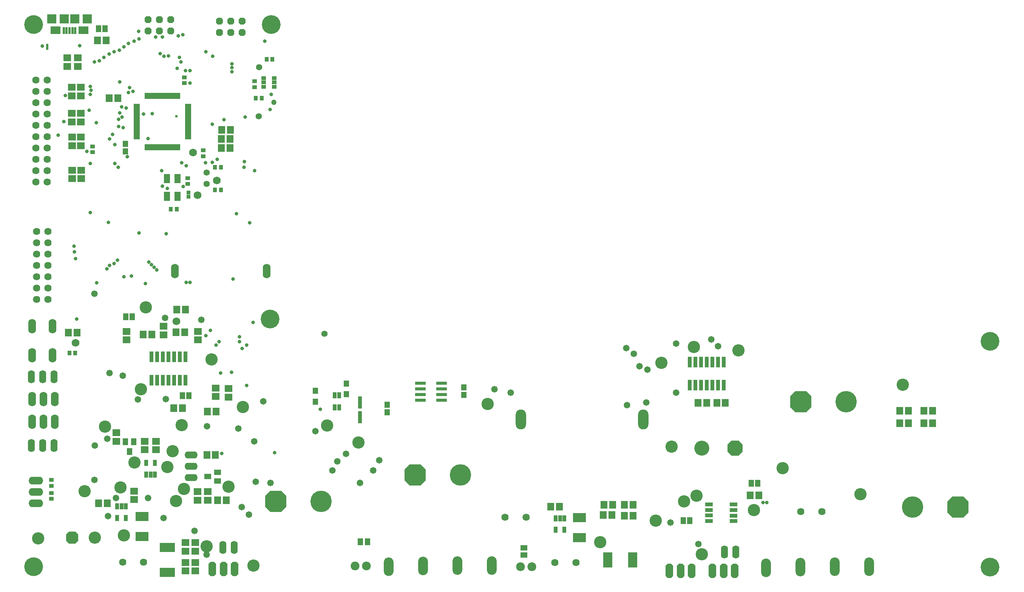
<source format=gbs>
%FSLAX25Y25*%
%MOIN*%
G70*
G01*
G75*
G04 Layer_Color=16711935*
%ADD10C,0.01000*%
%ADD11C,0.10000*%
%ADD12C,0.07480*%
%ADD13C,0.07500*%
%ADD14C,0.02500*%
%ADD15C,0.00600*%
%ADD16C,0.05600*%
%ADD17O,0.05400X0.10800*%
G04:AMPARAMS|DCode=18|XSize=181mil|YSize=181mil|CornerRadius=0mil|HoleSize=0mil|Usage=FLASHONLY|Rotation=180.000|XOffset=0mil|YOffset=0mil|HoleType=Round|Shape=Octagon|*
%AMOCTAGOND18*
4,1,8,-0.09050,0.04525,-0.09050,-0.04525,-0.04525,-0.09050,0.04525,-0.09050,0.09050,-0.04525,0.09050,0.04525,0.04525,0.09050,-0.04525,0.09050,-0.09050,0.04525,0.0*
%
%ADD18OCTAGOND18*%

%ADD19C,0.18100*%
%ADD20O,0.08400X0.16800*%
G04:AMPARAMS|DCode=21|XSize=59.06mil|YSize=118.11mil|CornerRadius=0mil|HoleSize=0mil|Usage=FLASHONLY|Rotation=0.000|XOffset=0mil|YOffset=0mil|HoleType=Round|Shape=Octagon|*
%AMOCTAGOND21*
4,1,8,-0.01476,0.05906,0.01476,0.05906,0.02953,0.04429,0.02953,-0.04429,0.01476,-0.05906,-0.01476,-0.05906,-0.02953,-0.04429,-0.02953,0.04429,-0.01476,0.05906,0.0*
%
%ADD21OCTAGOND21*%

%ADD22O,0.12000X0.06000*%
%ADD23O,0.06000X0.12000*%
%ADD24O,0.07800X0.15600*%
%ADD25C,0.04800*%
G04:AMPARAMS|DCode=26|XSize=124mil|YSize=124mil|CornerRadius=0mil|HoleSize=0mil|Usage=FLASHONLY|Rotation=0.000|XOffset=0mil|YOffset=0mil|HoleType=Round|Shape=Octagon|*
%AMOCTAGOND26*
4,1,8,0.06200,-0.03100,0.06200,0.03100,0.03100,0.06200,-0.03100,0.06200,-0.06200,0.03100,-0.06200,-0.03100,-0.03100,-0.06200,0.03100,-0.06200,0.06200,-0.03100,0.0*
%
%ADD26OCTAGOND26*%

%ADD27C,0.12400*%
%ADD28C,0.07000*%
%ADD29C,0.06000*%
%ADD30O,0.10800X0.05400*%
G04:AMPARAMS|DCode=31|XSize=54mil|YSize=54mil|CornerRadius=0mil|HoleSize=0mil|Usage=FLASHONLY|Rotation=180.000|XOffset=0mil|YOffset=0mil|HoleType=Round|Shape=Octagon|*
%AMOCTAGOND31*
4,1,8,-0.02700,0.01350,-0.02700,-0.01350,-0.01350,-0.02700,0.01350,-0.02700,0.02700,-0.01350,0.02700,0.01350,0.01350,0.02700,-0.01350,0.02700,-0.02700,0.01350,0.0*
%
%ADD31OCTAGOND31*%

G04:AMPARAMS|DCode=32|XSize=100mil|YSize=100mil|CornerRadius=0mil|HoleSize=0mil|Usage=FLASHONLY|Rotation=180.000|XOffset=0mil|YOffset=0mil|HoleType=Round|Shape=Octagon|*
%AMOCTAGOND32*
4,1,8,-0.05000,0.02500,-0.05000,-0.02500,-0.02500,-0.05000,0.02500,-0.05000,0.05000,-0.02500,0.05000,0.02500,0.02500,0.05000,-0.02500,0.05000,-0.05000,0.02500,0.0*
%
%ADD32OCTAGOND32*%

%ADD33C,0.10000*%
%ADD34C,0.02362*%
%ADD35C,0.05000*%
%ADD36C,0.04724*%
%ADD37C,0.15748*%
%ADD38C,0.01575*%
G04:AMPARAMS|DCode=39|XSize=100mil|YSize=100mil|CornerRadius=50mil|HoleSize=0mil|Usage=FLASHONLY|Rotation=90.000|XOffset=0mil|YOffset=0mil|HoleType=Round|Shape=RoundedRectangle|*
%AMROUNDEDRECTD39*
21,1,0.10000,0.00000,0,0,90.0*
21,1,0.00000,0.10000,0,0,90.0*
1,1,0.10000,0.00000,0.00000*
1,1,0.10000,0.00000,0.00000*
1,1,0.10000,0.00000,0.00000*
1,1,0.10000,0.00000,0.00000*
%
%ADD39ROUNDEDRECTD39*%
%ADD40R,0.07500X0.07500*%
%ADD41R,0.07100X0.07500*%
%ADD42R,0.08300X0.06300*%
%ADD43R,0.01600X0.05400*%
%ADD44R,0.04331X0.05512*%
%ADD45R,0.06000X0.02400*%
%ADD46R,0.05200X0.06000*%
G04:AMPARAMS|DCode=47|XSize=39.37mil|YSize=39.37mil|CornerRadius=19.69mil|HoleSize=0mil|Usage=FLASHONLY|Rotation=90.000|XOffset=0mil|YOffset=0mil|HoleType=Round|Shape=RoundedRectangle|*
%AMROUNDEDRECTD47*
21,1,0.03937,0.00000,0,0,90.0*
21,1,0.00000,0.03937,0,0,90.0*
1,1,0.03937,0.00000,0.00000*
1,1,0.03937,0.00000,0.00000*
1,1,0.03937,0.00000,0.00000*
1,1,0.03937,0.00000,0.00000*
%
%ADD47ROUNDEDRECTD47*%
%ADD48R,0.03937X0.05118*%
%ADD49R,0.05118X0.03937*%
%ADD50R,0.02400X0.08700*%
%ADD51R,0.03600X0.02800*%
%ADD52R,0.04000X0.04800*%
%ADD53R,0.02400X0.04400*%
%ADD54R,0.03000X0.09700*%
%ADD55R,0.08600X0.02200*%
%ADD56R,0.06000X0.05200*%
%ADD57R,0.02800X0.03600*%
%ADD58R,0.04800X0.07100*%
%ADD59R,0.01200X0.04700*%
%ADD60R,0.04700X0.01200*%
%ADD61R,0.10700X0.07100*%
%ADD62R,0.04000X0.05600*%
%ADD63R,0.07100X0.12600*%
%ADD64R,0.04000X0.04400*%
G04:AMPARAMS|DCode=65|XSize=24mil|YSize=24mil|CornerRadius=12mil|HoleSize=0mil|Usage=FLASHONLY|Rotation=180.000|XOffset=0mil|YOffset=0mil|HoleType=Round|Shape=RoundedRectangle|*
%AMROUNDEDRECTD65*
21,1,0.02400,0.00000,0,0,180.0*
21,1,0.00000,0.02400,0,0,180.0*
1,1,0.02400,0.00000,0.00000*
1,1,0.02400,0.00000,0.00000*
1,1,0.02400,0.00000,0.00000*
1,1,0.02400,0.00000,0.00000*
%
%ADD65ROUNDEDRECTD65*%
%ADD66R,0.05600X0.04000*%
%ADD67R,0.03600X0.02400*%
%ADD68R,0.01181X0.01969*%
%ADD69R,0.02800X0.02400*%
%ADD70R,0.12600X0.07100*%
G04:AMPARAMS|DCode=71|XSize=23.62mil|YSize=23.62mil|CornerRadius=11.81mil|HoleSize=0mil|Usage=FLASHONLY|Rotation=180.000|XOffset=0mil|YOffset=0mil|HoleType=Round|Shape=RoundedRectangle|*
%AMROUNDEDRECTD71*
21,1,0.02362,0.00000,0,0,180.0*
21,1,0.00000,0.02362,0,0,180.0*
1,1,0.02362,0.00000,0.00000*
1,1,0.02362,0.00000,0.00000*
1,1,0.02362,0.00000,0.00000*
1,1,0.02362,0.00000,0.00000*
%
%ADD71ROUNDEDRECTD71*%
%ADD72C,0.02000*%
%ADD73C,0.05000*%
%ADD74C,0.00100*%
%ADD75C,0.03000*%
%ADD76C,0.06400*%
%ADD77O,0.06200X0.11600*%
G04:AMPARAMS|DCode=78|XSize=189mil|YSize=189mil|CornerRadius=0mil|HoleSize=0mil|Usage=FLASHONLY|Rotation=180.000|XOffset=0mil|YOffset=0mil|HoleType=Round|Shape=Octagon|*
%AMOCTAGOND78*
4,1,8,-0.09450,0.04725,-0.09450,-0.04725,-0.04725,-0.09450,0.04725,-0.09450,0.09450,-0.04725,0.09450,0.04725,0.04725,0.09450,-0.04725,0.09450,-0.09450,0.04725,0.0*
%
%ADD78OCTAGOND78*%

%ADD79C,0.18900*%
%ADD80O,0.09200X0.17600*%
G04:AMPARAMS|DCode=81|XSize=67.06mil|YSize=126.11mil|CornerRadius=0mil|HoleSize=0mil|Usage=FLASHONLY|Rotation=0.000|XOffset=0mil|YOffset=0mil|HoleType=Round|Shape=Octagon|*
%AMOCTAGOND81*
4,1,8,-0.01676,0.06306,0.01676,0.06306,0.03353,0.04629,0.03353,-0.04629,0.01676,-0.06306,-0.01676,-0.06306,-0.03353,-0.04629,-0.03353,0.04629,-0.01676,0.06306,0.0*
%
%ADD81OCTAGOND81*%

%ADD82O,0.12800X0.06800*%
%ADD83O,0.06800X0.12800*%
%ADD84O,0.08600X0.16400*%
G04:AMPARAMS|DCode=85|XSize=132mil|YSize=132mil|CornerRadius=0mil|HoleSize=0mil|Usage=FLASHONLY|Rotation=0.000|XOffset=0mil|YOffset=0mil|HoleType=Round|Shape=Octagon|*
%AMOCTAGOND85*
4,1,8,0.06600,-0.03300,0.06600,0.03300,0.03300,0.06600,-0.03300,0.06600,-0.06600,0.03300,-0.06600,-0.03300,-0.03300,-0.06600,0.03300,-0.06600,0.06600,-0.03300,0.0*
%
%ADD85OCTAGOND85*%

%ADD86C,0.13200*%
%ADD87C,0.07800*%
%ADD88C,0.06800*%
%ADD89O,0.11600X0.06200*%
G04:AMPARAMS|DCode=90|XSize=62mil|YSize=62mil|CornerRadius=0mil|HoleSize=0mil|Usage=FLASHONLY|Rotation=180.000|XOffset=0mil|YOffset=0mil|HoleType=Round|Shape=Octagon|*
%AMOCTAGOND90*
4,1,8,-0.03100,0.01550,-0.03100,-0.01550,-0.01550,-0.03100,0.01550,-0.03100,0.03100,-0.01550,0.03100,0.01550,0.01550,0.03100,-0.01550,0.03100,-0.03100,0.01550,0.0*
%
%ADD90OCTAGOND90*%

G04:AMPARAMS|DCode=91|XSize=108mil|YSize=108mil|CornerRadius=0mil|HoleSize=0mil|Usage=FLASHONLY|Rotation=180.000|XOffset=0mil|YOffset=0mil|HoleType=Round|Shape=Octagon|*
%AMOCTAGOND91*
4,1,8,-0.05400,0.02700,-0.05400,-0.02700,-0.02700,-0.05400,0.02700,-0.05400,0.05400,-0.02700,0.05400,0.02700,0.02700,0.05400,-0.02700,0.05400,-0.05400,0.02700,0.0*
%
%ADD91OCTAGOND91*%

%ADD92C,0.10800*%
%ADD93C,0.03162*%
%ADD94C,0.05800*%
%ADD95C,0.05524*%
%ADD96C,0.16548*%
%ADD97C,0.02375*%
G04:AMPARAMS|DCode=98|XSize=108mil|YSize=108mil|CornerRadius=54mil|HoleSize=0mil|Usage=FLASHONLY|Rotation=90.000|XOffset=0mil|YOffset=0mil|HoleType=Round|Shape=RoundedRectangle|*
%AMROUNDEDRECTD98*
21,1,0.10800,0.00000,0,0,90.0*
21,1,0.00000,0.10800,0,0,90.0*
1,1,0.10800,0.00000,0.00000*
1,1,0.10800,0.00000,0.00000*
1,1,0.10800,0.00000,0.00000*
1,1,0.10800,0.00000,0.00000*
%
%ADD98ROUNDEDRECTD98*%
%ADD99R,0.08300X0.08300*%
%ADD100R,0.07900X0.08300*%
%ADD101R,0.09100X0.07100*%
%ADD102R,0.02400X0.06200*%
%ADD103R,0.05131X0.06312*%
%ADD104R,0.06800X0.03200*%
%ADD105R,0.06000X0.06800*%
G04:AMPARAMS|DCode=106|XSize=47.37mil|YSize=47.37mil|CornerRadius=23.69mil|HoleSize=0mil|Usage=FLASHONLY|Rotation=90.000|XOffset=0mil|YOffset=0mil|HoleType=Round|Shape=RoundedRectangle|*
%AMROUNDEDRECTD106*
21,1,0.04737,0.00000,0,0,90.0*
21,1,0.00000,0.04737,0,0,90.0*
1,1,0.04737,0.00000,0.00000*
1,1,0.04737,0.00000,0.00000*
1,1,0.04737,0.00000,0.00000*
1,1,0.04737,0.00000,0.00000*
%
%ADD106ROUNDEDRECTD106*%
%ADD107R,0.04737X0.05918*%
%ADD108R,0.05918X0.04737*%
%ADD109R,0.03200X0.09500*%
%ADD110R,0.04400X0.03600*%
%ADD111R,0.04800X0.05600*%
%ADD112R,0.03200X0.05200*%
%ADD113R,0.03800X0.10500*%
%ADD114R,0.09400X0.03000*%
%ADD115R,0.06800X0.06000*%
%ADD116R,0.03600X0.04400*%
%ADD117R,0.05600X0.07900*%
%ADD118R,0.02000X0.05500*%
%ADD119R,0.05500X0.02000*%
%ADD120R,0.11500X0.07900*%
%ADD121R,0.04800X0.06400*%
%ADD122R,0.07900X0.13400*%
%ADD123R,0.04800X0.05200*%
G04:AMPARAMS|DCode=124|XSize=32mil|YSize=32mil|CornerRadius=16mil|HoleSize=0mil|Usage=FLASHONLY|Rotation=180.000|XOffset=0mil|YOffset=0mil|HoleType=Round|Shape=RoundedRectangle|*
%AMROUNDEDRECTD124*
21,1,0.03200,0.00000,0,0,180.0*
21,1,0.00000,0.03200,0,0,180.0*
1,1,0.03200,0.00000,0.00000*
1,1,0.03200,0.00000,0.00000*
1,1,0.03200,0.00000,0.00000*
1,1,0.03200,0.00000,0.00000*
%
%ADD124ROUNDEDRECTD124*%
%ADD125R,0.06400X0.04800*%
%ADD126R,0.04400X0.03200*%
%ADD127R,0.01981X0.02769*%
%ADD128R,0.03600X0.03200*%
%ADD129R,0.13400X0.07900*%
G04:AMPARAMS|DCode=130|XSize=31.62mil|YSize=31.62mil|CornerRadius=15.81mil|HoleSize=0mil|Usage=FLASHONLY|Rotation=180.000|XOffset=0mil|YOffset=0mil|HoleType=Round|Shape=RoundedRectangle|*
%AMROUNDEDRECTD130*
21,1,0.03162,0.00000,0,0,180.0*
21,1,0.00000,0.03162,0,0,180.0*
1,1,0.03162,0.00000,0.00000*
1,1,0.03162,0.00000,0.00000*
1,1,0.03162,0.00000,0.00000*
1,1,0.03162,0.00000,0.00000*
%
%ADD130ROUNDEDRECTD130*%
D16*
X164500Y360000D02*
D03*
Y350000D02*
D03*
D76*
X90579Y16000D02*
D03*
X109000D02*
D03*
X707421Y60500D02*
D03*
X689000D02*
D03*
X446421Y55500D02*
D03*
X428000D02*
D03*
X490421Y15500D02*
D03*
X472000D02*
D03*
X14000Y351500D02*
D03*
X24000D02*
D03*
X14000Y361500D02*
D03*
X24000D02*
D03*
X14000Y371500D02*
D03*
X24000D02*
D03*
X14000Y381500D02*
D03*
X24000D02*
D03*
X14000Y391500D02*
D03*
X24000D02*
D03*
X14000Y401500D02*
D03*
X24000D02*
D03*
X14000Y411500D02*
D03*
X24000D02*
D03*
X14000Y421500D02*
D03*
X24000D02*
D03*
X14000Y431500D02*
D03*
X24000D02*
D03*
X14000Y441500D02*
D03*
X24000D02*
D03*
X14500Y248000D02*
D03*
X24500D02*
D03*
X14500Y258000D02*
D03*
X24500D02*
D03*
X14500Y268000D02*
D03*
X24500D02*
D03*
X14500Y278000D02*
D03*
X24500D02*
D03*
X14500Y288000D02*
D03*
X24500D02*
D03*
X14500Y298000D02*
D03*
X24500D02*
D03*
X14500Y308000D02*
D03*
X24500D02*
D03*
D77*
X189000Y29000D02*
D03*
X179000D02*
D03*
X30000Y179500D02*
D03*
X20000D02*
D03*
X10000D02*
D03*
X30000Y119000D02*
D03*
X20000D02*
D03*
X10000D02*
D03*
X631500Y25000D02*
D03*
X621500D02*
D03*
D78*
X225500Y69500D02*
D03*
X348500Y93000D02*
D03*
X689000Y157500D02*
D03*
X827500Y64500D02*
D03*
D79*
X265500Y69500D02*
D03*
X388500Y93000D02*
D03*
X729000Y157500D02*
D03*
X787500Y64500D02*
D03*
D80*
X550000Y142000D02*
D03*
X442000D02*
D03*
D81*
X610764Y8400D02*
D03*
X620782D02*
D03*
X630582D02*
D03*
X169382Y9900D02*
D03*
X179400D02*
D03*
X189200D02*
D03*
X572882Y8400D02*
D03*
X582900D02*
D03*
X592700D02*
D03*
D82*
X14000Y68000D02*
D03*
Y78000D02*
D03*
Y88000D02*
D03*
D83*
X136700Y273000D02*
D03*
X217500D02*
D03*
X10500Y160000D02*
D03*
X20500D02*
D03*
X30500D02*
D03*
X10500Y140000D02*
D03*
X20500D02*
D03*
X30500D02*
D03*
X28400Y198700D02*
D03*
X10600D02*
D03*
X28400Y224300D02*
D03*
X10600D02*
D03*
D84*
X749118Y12000D02*
D03*
X718718D02*
D03*
X688700Y11500D02*
D03*
X658200Y11000D02*
D03*
X416118Y13000D02*
D03*
X385718D02*
D03*
X355700Y12500D02*
D03*
X325200Y12000D02*
D03*
D85*
X631000Y116500D02*
D03*
D86*
X601500D02*
D03*
D87*
X451500Y12000D02*
D03*
X441500D02*
D03*
X305500Y12500D02*
D03*
X295500D02*
D03*
D88*
X138000Y228500D02*
D03*
X49000Y209500D02*
D03*
X152500Y377500D02*
D03*
X156500Y340000D02*
D03*
X173500Y353000D02*
D03*
D89*
X151000Y110500D02*
D03*
Y100500D02*
D03*
Y90500D02*
D03*
D90*
X176000Y493500D02*
D03*
Y483500D02*
D03*
X186000Y493500D02*
D03*
Y483500D02*
D03*
X196000Y493500D02*
D03*
Y483500D02*
D03*
X113000Y495000D02*
D03*
Y485000D02*
D03*
X123000Y495000D02*
D03*
Y485000D02*
D03*
X133000Y495000D02*
D03*
Y485000D02*
D03*
D91*
X46000Y37500D02*
D03*
D92*
X66000D02*
D03*
D93*
X175500Y210500D02*
D03*
X186500Y183500D02*
D03*
X177000Y183000D02*
D03*
X178000Y112000D02*
D03*
X224500Y112500D02*
D03*
X200000Y172000D02*
D03*
Y207500D02*
D03*
X173000D02*
D03*
X196000Y204500D02*
D03*
X168000Y220500D02*
D03*
X164000Y216000D02*
D03*
X129000Y306000D02*
D03*
X105000Y306500D02*
D03*
X48000Y290000D02*
D03*
X47500Y295000D02*
D03*
X67319Y404016D02*
D03*
X70000Y458500D02*
D03*
X74000Y461500D02*
D03*
X78500Y464500D02*
D03*
X83000Y466500D02*
D03*
X95500Y474000D02*
D03*
X113500Y281000D02*
D03*
X76500Y275000D02*
D03*
X79000Y278000D02*
D03*
X83000Y279500D02*
D03*
X86000Y282500D02*
D03*
X52500Y472000D02*
D03*
X19500Y471500D02*
D03*
X87500Y468000D02*
D03*
X79000Y389500D02*
D03*
X91500Y471000D02*
D03*
X81500Y393500D02*
D03*
X170000Y462500D02*
D03*
X100500Y476000D02*
D03*
X83500Y384500D02*
D03*
X105000Y478000D02*
D03*
X143500Y481500D02*
D03*
X142000Y457500D02*
D03*
X140500Y461500D02*
D03*
X139500Y480500D02*
D03*
X123500Y465000D02*
D03*
X131000Y463000D02*
D03*
X127000Y462500D02*
D03*
X125517Y479483D02*
D03*
X164000Y466500D02*
D03*
X198500Y409000D02*
D03*
X180000Y406500D02*
D03*
X174000Y371500D02*
D03*
X198000Y369500D02*
D03*
X169500Y369000D02*
D03*
X197500Y364500D02*
D03*
X88000Y440000D02*
D03*
X115877Y278623D02*
D03*
X118255Y276245D02*
D03*
X120632Y273868D02*
D03*
X110500Y262000D02*
D03*
X67500Y262500D02*
D03*
X150000Y263000D02*
D03*
X193500Y215000D02*
D03*
X98181Y268681D02*
D03*
X146638Y263000D02*
D03*
X193500Y210500D02*
D03*
X88000Y412500D02*
D03*
X91500Y268000D02*
D03*
X188000Y266000D02*
D03*
X142500Y368500D02*
D03*
X83500Y368000D02*
D03*
X125000Y361500D02*
D03*
X86500Y364500D02*
D03*
X146500Y366000D02*
D03*
X125500Y348000D02*
D03*
X49000Y284000D02*
D03*
X138500Y452000D02*
D03*
X119500Y479500D02*
D03*
X104500Y484500D02*
D03*
X65500Y457792D02*
D03*
X61000Y415000D02*
D03*
X265000Y151000D02*
D03*
X207000Y361500D02*
D03*
X163500Y368500D02*
D03*
X150000Y439000D02*
D03*
X191000Y323500D02*
D03*
X62000Y324500D02*
D03*
Y368000D02*
D03*
X59000Y378500D02*
D03*
X38500Y405000D02*
D03*
X40000Y428000D02*
D03*
X78000Y316000D02*
D03*
X202500Y315500D02*
D03*
X205500Y227500D02*
D03*
X50000Y230500D02*
D03*
X220500Y415500D02*
D03*
X221500Y429000D02*
D03*
X144000Y347500D02*
D03*
X130000Y346000D02*
D03*
X109000Y411500D02*
D03*
X116500Y412000D02*
D03*
X95500Y430500D02*
D03*
X99500Y431500D02*
D03*
X96500Y435000D02*
D03*
X187000Y449000D02*
D03*
Y452500D02*
D03*
Y456000D02*
D03*
X150000Y450000D02*
D03*
X146000D02*
D03*
X94500Y374000D02*
D03*
X62000Y436000D02*
D03*
X62500Y432500D02*
D03*
X62000Y429000D02*
D03*
X113000Y390000D02*
D03*
X33500Y393000D02*
D03*
X659000Y68500D02*
D03*
X655500D02*
D03*
X216000Y476000D02*
D03*
D94*
X126500Y55000D02*
D03*
X317000Y106000D02*
D03*
X287500Y111500D02*
D03*
X598500Y32000D02*
D03*
X574000Y51000D02*
D03*
X535500Y154500D02*
D03*
X311500Y97000D02*
D03*
X280000Y105000D02*
D03*
X300000Y86000D02*
D03*
X275500Y97000D02*
D03*
X553500Y186000D02*
D03*
X552500Y157000D02*
D03*
X433000Y165500D02*
D03*
X418500Y168500D02*
D03*
X546500Y189000D02*
D03*
X535000Y205000D02*
D03*
X541500Y200000D02*
D03*
X195500Y64500D02*
D03*
X154000Y43500D02*
D03*
X165000Y136000D02*
D03*
X192500Y134000D02*
D03*
X202000Y58000D02*
D03*
X164500Y22500D02*
D03*
X128000Y231500D02*
D03*
X104000Y159500D02*
D03*
X65500Y253000D02*
D03*
X128500Y160000D02*
D03*
X214500Y158000D02*
D03*
X65500Y88500D02*
D03*
X208000Y87000D02*
D03*
X113000Y72500D02*
D03*
X221000Y86000D02*
D03*
X260500Y131500D02*
D03*
X77000Y125000D02*
D03*
X77500Y56500D02*
D03*
X84500Y72500D02*
D03*
X79000Y183000D02*
D03*
X90500Y180500D02*
D03*
X610000Y212500D02*
D03*
X616000Y206500D02*
D03*
X579000Y165500D02*
D03*
Y209000D02*
D03*
X66000Y119000D02*
D03*
X206500Y122500D02*
D03*
X160000Y230000D02*
D03*
D95*
X211000Y453000D02*
D03*
X210500Y409500D02*
D03*
X268500Y217500D02*
D03*
D96*
X856000Y211000D02*
D03*
Y11500D02*
D03*
X12000Y12000D02*
D03*
X220500Y230500D02*
D03*
X12000Y490500D02*
D03*
X221500D02*
D03*
D97*
X138000Y409500D02*
D03*
D98*
X130000Y100000D02*
D03*
X298500Y121500D02*
D03*
X601500Y23000D02*
D03*
X647500Y62000D02*
D03*
X779000Y172500D02*
D03*
X57000Y78500D02*
D03*
X271000Y136500D02*
D03*
X16000Y37000D02*
D03*
X106500Y168500D02*
D03*
X91500Y39500D02*
D03*
X111000Y241000D02*
D03*
X164500Y30000D02*
D03*
X169000Y195000D02*
D03*
X196500Y153000D02*
D03*
X88500Y82000D02*
D03*
X142500Y137000D02*
D03*
X101000Y104000D02*
D03*
X134500Y114000D02*
D03*
X184000Y82500D02*
D03*
X144500Y80500D02*
D03*
X206000Y13000D02*
D03*
X137500Y70000D02*
D03*
X594500Y206000D02*
D03*
X673000Y99000D02*
D03*
X561000Y52500D02*
D03*
X512000Y33500D02*
D03*
X566000Y192000D02*
D03*
X575000Y118000D02*
D03*
X75000Y135500D02*
D03*
X597000Y74500D02*
D03*
X586000Y69500D02*
D03*
X634000Y203000D02*
D03*
X412500Y155500D02*
D03*
X741500Y76000D02*
D03*
D99*
X48300Y495689D02*
D03*
X38776D02*
D03*
D100*
X59300D02*
D03*
X27752D02*
D03*
D101*
X55800Y485650D02*
D03*
X31295D02*
D03*
D102*
X48700Y485177D02*
D03*
X46100D02*
D03*
X43500D02*
D03*
X40980D02*
D03*
X38382D02*
D03*
D103*
X585047Y52500D02*
D03*
X590953D02*
D03*
X93047Y232500D02*
D03*
X98953D02*
D03*
X650953Y85500D02*
D03*
X645047D02*
D03*
X148953Y163000D02*
D03*
X143047D02*
D03*
X69047Y487000D02*
D03*
X74953D02*
D03*
D104*
X607800Y52200D02*
D03*
Y57200D02*
D03*
Y62100D02*
D03*
Y67100D02*
D03*
X629400D02*
D03*
Y62100D02*
D03*
Y57100D02*
D03*
Y52200D02*
D03*
D105*
X598200Y156500D02*
D03*
X605740D02*
D03*
X108700Y217000D02*
D03*
X116240D02*
D03*
X533200Y57000D02*
D03*
X540740D02*
D03*
X515200Y66500D02*
D03*
X522740D02*
D03*
X514700Y57500D02*
D03*
X522240D02*
D03*
X533200Y66500D02*
D03*
X540740D02*
D03*
X797700Y149500D02*
D03*
X805240D02*
D03*
X776200D02*
D03*
X783740D02*
D03*
X797700Y138500D02*
D03*
X805240D02*
D03*
X776200D02*
D03*
X783740D02*
D03*
X651800Y75000D02*
D03*
X644260D02*
D03*
X177913Y397500D02*
D03*
X185453D02*
D03*
X177700Y389500D02*
D03*
X185240D02*
D03*
X622300Y156500D02*
D03*
X614760D02*
D03*
X468200Y65000D02*
D03*
X475740D02*
D03*
X135700Y152000D02*
D03*
X143240D02*
D03*
X172800Y149000D02*
D03*
X165260D02*
D03*
X86240Y425500D02*
D03*
X78700D02*
D03*
X172300Y110500D02*
D03*
X164760D02*
D03*
X138200Y239000D02*
D03*
X145740D02*
D03*
X137700Y219000D02*
D03*
X145240D02*
D03*
X68200Y476500D02*
D03*
X75740D02*
D03*
X177700Y381500D02*
D03*
X185240D02*
D03*
X42700Y218500D02*
D03*
X50240D02*
D03*
X181800Y70500D02*
D03*
X174260D02*
D03*
X76800Y68000D02*
D03*
X69260D02*
D03*
D106*
X224000Y422000D02*
D03*
D107*
X306650Y34000D02*
D03*
X300350D02*
D03*
D108*
X444500Y28650D02*
D03*
Y22350D02*
D03*
D109*
X596000Y192736D02*
D03*
Y172200D02*
D03*
X591000Y192736D02*
D03*
X601000D02*
D03*
X606000D02*
D03*
X591000Y172200D02*
D03*
X601000D02*
D03*
X606000D02*
D03*
X616000Y192736D02*
D03*
Y172200D02*
D03*
X611000Y192736D02*
D03*
X621000D02*
D03*
X611000Y172200D02*
D03*
X621000D02*
D03*
X141000Y176764D02*
D03*
Y197300D02*
D03*
X146000Y176764D02*
D03*
X136000D02*
D03*
X131000D02*
D03*
X146000Y197300D02*
D03*
X136000D02*
D03*
X131000D02*
D03*
X121000Y176764D02*
D03*
Y197300D02*
D03*
X126000Y176764D02*
D03*
X116000D02*
D03*
X126000Y197300D02*
D03*
X116000D02*
D03*
D110*
X27500Y77100D02*
D03*
Y71941D02*
D03*
X207000Y440600D02*
D03*
Y435441D02*
D03*
X148000Y349900D02*
D03*
Y355059D02*
D03*
X27500Y83400D02*
D03*
Y88559D02*
D03*
X145000Y444100D02*
D03*
Y438941D02*
D03*
X64000Y377900D02*
D03*
Y383059D02*
D03*
X161500Y374400D02*
D03*
Y379559D02*
D03*
D111*
X260500Y157700D02*
D03*
Y167224D02*
D03*
X288000Y173800D02*
D03*
Y164276D02*
D03*
D112*
X281469Y152685D02*
D03*
Y163400D02*
D03*
X277500Y152685D02*
D03*
Y163400D02*
D03*
X85681Y65300D02*
D03*
X89421D02*
D03*
X93161D02*
D03*
Y55000D02*
D03*
X85681D02*
D03*
X472681Y54800D02*
D03*
X476421D02*
D03*
X480161D02*
D03*
Y44500D02*
D03*
X472681D02*
D03*
X118819Y103500D02*
D03*
X111339D02*
D03*
Y93200D02*
D03*
X115079D02*
D03*
X118819D02*
D03*
D113*
X300000Y157100D02*
D03*
Y143900D02*
D03*
D114*
X371800Y159000D02*
D03*
Y164000D02*
D03*
Y169000D02*
D03*
Y174000D02*
D03*
X353200D02*
D03*
Y169000D02*
D03*
Y164000D02*
D03*
Y159000D02*
D03*
D115*
X120000Y115200D02*
D03*
Y122740D02*
D03*
X184000Y161700D02*
D03*
Y169240D02*
D03*
X157000Y219800D02*
D03*
Y212260D02*
D03*
X85000Y122700D02*
D03*
Y130240D02*
D03*
X110000Y115200D02*
D03*
Y122740D02*
D03*
X172500Y169800D02*
D03*
Y162260D02*
D03*
X126500Y216700D02*
D03*
Y224240D02*
D03*
X94000Y212200D02*
D03*
Y219740D02*
D03*
X50750Y453800D02*
D03*
Y461340D02*
D03*
X41500Y453700D02*
D03*
Y461240D02*
D03*
X53500Y427700D02*
D03*
Y435240D02*
D03*
X45500Y427700D02*
D03*
Y435240D02*
D03*
X53500Y412300D02*
D03*
Y404760D02*
D03*
X45500Y404700D02*
D03*
Y412240D02*
D03*
X53500Y383700D02*
D03*
Y391240D02*
D03*
X46000Y383700D02*
D03*
Y391240D02*
D03*
X54000Y362040D02*
D03*
Y354500D02*
D03*
X46000Y362040D02*
D03*
Y354500D02*
D03*
X100500Y71200D02*
D03*
Y78740D02*
D03*
X146000Y15800D02*
D03*
Y8260D02*
D03*
X154500Y15800D02*
D03*
Y8260D02*
D03*
Y33300D02*
D03*
Y25760D02*
D03*
X146000Y33300D02*
D03*
Y25760D02*
D03*
X165500Y70700D02*
D03*
Y78240D02*
D03*
X156500Y70700D02*
D03*
Y78240D02*
D03*
D116*
X138100Y327500D02*
D03*
X132941D02*
D03*
X171900Y344500D02*
D03*
X177059D02*
D03*
X171900Y364500D02*
D03*
X177059D02*
D03*
X217400Y460000D02*
D03*
X222559D02*
D03*
X207900Y425500D02*
D03*
X213059D02*
D03*
X48600Y200500D02*
D03*
X43441D02*
D03*
D117*
X138900Y354800D02*
D03*
Y339100D02*
D03*
X129400Y354800D02*
D03*
Y339100D02*
D03*
D118*
X140300Y382362D02*
D03*
X138300D02*
D03*
X136400D02*
D03*
X134400D02*
D03*
X132400D02*
D03*
X130500D02*
D03*
X128500D02*
D03*
X126500D02*
D03*
X124516D02*
D03*
X122547D02*
D03*
X120579D02*
D03*
X118610D02*
D03*
X116642D02*
D03*
X114673D02*
D03*
X112705D02*
D03*
X110736D02*
D03*
Y427700D02*
D03*
X112705D02*
D03*
X114673D02*
D03*
X116642D02*
D03*
X118610D02*
D03*
X120579D02*
D03*
X122547D02*
D03*
X124516D02*
D03*
X126500D02*
D03*
X128500D02*
D03*
X130500D02*
D03*
X132400D02*
D03*
X134400D02*
D03*
X136400D02*
D03*
X138300D02*
D03*
X140300D02*
D03*
D119*
X102862Y390236D02*
D03*
Y392205D02*
D03*
Y394173D02*
D03*
Y396142D02*
D03*
Y398110D02*
D03*
Y400079D02*
D03*
Y402047D02*
D03*
Y404016D02*
D03*
Y406000D02*
D03*
Y408000D02*
D03*
Y410000D02*
D03*
Y411900D02*
D03*
Y413900D02*
D03*
Y415900D02*
D03*
Y417800D02*
D03*
Y419800D02*
D03*
X148200D02*
D03*
Y417800D02*
D03*
Y415900D02*
D03*
Y413900D02*
D03*
Y411900D02*
D03*
Y410000D02*
D03*
Y408000D02*
D03*
Y406000D02*
D03*
Y404016D02*
D03*
Y402047D02*
D03*
Y400079D02*
D03*
Y398110D02*
D03*
Y396142D02*
D03*
Y394173D02*
D03*
Y392205D02*
D03*
Y390236D02*
D03*
D120*
X493500Y37800D02*
D03*
Y55161D02*
D03*
X107500Y38800D02*
D03*
Y56161D02*
D03*
D121*
X92760Y122331D02*
D03*
X100300D02*
D03*
X96500Y113600D02*
D03*
D122*
X518400Y18000D02*
D03*
X540524D02*
D03*
D123*
X391500Y170400D02*
D03*
Y163654D02*
D03*
X93000Y378600D02*
D03*
Y385347D02*
D03*
X324000Y154900D02*
D03*
Y148153D02*
D03*
D124*
X93500Y417000D02*
D03*
X89500Y418000D02*
D03*
X87000Y407000D02*
D03*
X90000Y409000D02*
D03*
X87000Y400500D02*
D03*
X91000Y399500D02*
D03*
D125*
X174331Y95240D02*
D03*
Y87700D02*
D03*
X165600Y91500D02*
D03*
D126*
X214972Y435760D02*
D03*
Y439500D02*
D03*
Y443300D02*
D03*
X224100D02*
D03*
Y439500D02*
D03*
Y435760D02*
D03*
D127*
X24000Y469622D02*
D03*
Y472378D02*
D03*
D128*
X148500Y338500D02*
D03*
Y342469D02*
D03*
D129*
X130000Y29100D02*
D03*
Y6976D02*
D03*
D130*
X169500Y402500D02*
D03*
M02*

</source>
